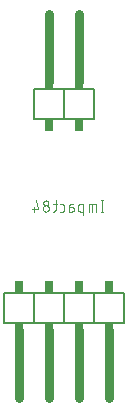
<source format=gbr>
G04 EAGLE Gerber RS-274X export*
G75*
%MOMM*%
%FSLAX34Y34*%
%LPD*%
%INSilkscreen Bottom*%
%IPPOS*%
%AMOC8*
5,1,8,0,0,1.08239X$1,22.5*%
G01*
%ADD10C,0.076200*%
%ADD11C,0.152400*%
%ADD12C,0.762000*%
%ADD13R,0.762000X0.508000*%
%ADD14R,0.762000X1.016000*%


D10*
X532184Y77119D02*
X532184Y67721D01*
X533228Y67721D02*
X531140Y67721D01*
X531140Y77119D02*
X533228Y77119D01*
X527087Y73986D02*
X527087Y67721D01*
X527087Y73986D02*
X522388Y73986D01*
X522311Y73984D01*
X522235Y73978D01*
X522158Y73969D01*
X522082Y73956D01*
X522007Y73939D01*
X521933Y73919D01*
X521860Y73894D01*
X521789Y73867D01*
X521718Y73836D01*
X521650Y73801D01*
X521583Y73763D01*
X521518Y73722D01*
X521455Y73678D01*
X521395Y73631D01*
X521336Y73580D01*
X521281Y73527D01*
X521228Y73472D01*
X521177Y73413D01*
X521130Y73353D01*
X521086Y73290D01*
X521045Y73225D01*
X521007Y73158D01*
X520972Y73090D01*
X520941Y73019D01*
X520914Y72948D01*
X520889Y72875D01*
X520869Y72801D01*
X520852Y72726D01*
X520839Y72650D01*
X520830Y72573D01*
X520824Y72497D01*
X520822Y72420D01*
X520822Y67721D01*
X523954Y67721D02*
X523954Y73986D01*
X516244Y73986D02*
X516244Y64588D01*
X516244Y73986D02*
X513633Y73986D01*
X513556Y73984D01*
X513480Y73978D01*
X513403Y73969D01*
X513327Y73956D01*
X513253Y73939D01*
X513178Y73919D01*
X513105Y73894D01*
X513034Y73867D01*
X512963Y73836D01*
X512895Y73801D01*
X512828Y73763D01*
X512763Y73722D01*
X512700Y73678D01*
X512640Y73631D01*
X512581Y73580D01*
X512526Y73527D01*
X512473Y73472D01*
X512422Y73413D01*
X512375Y73353D01*
X512331Y73290D01*
X512290Y73225D01*
X512252Y73158D01*
X512217Y73090D01*
X512186Y73019D01*
X512159Y72948D01*
X512134Y72875D01*
X512114Y72801D01*
X512097Y72726D01*
X512084Y72650D01*
X512075Y72574D01*
X512069Y72497D01*
X512067Y72420D01*
X512067Y69287D01*
X512069Y69210D01*
X512075Y69134D01*
X512084Y69057D01*
X512097Y68981D01*
X512114Y68906D01*
X512134Y68832D01*
X512159Y68759D01*
X512186Y68688D01*
X512217Y68617D01*
X512252Y68549D01*
X512290Y68482D01*
X512331Y68417D01*
X512375Y68354D01*
X512422Y68294D01*
X512473Y68235D01*
X512526Y68180D01*
X512581Y68127D01*
X512640Y68076D01*
X512700Y68029D01*
X512763Y67985D01*
X512828Y67944D01*
X512895Y67906D01*
X512963Y67871D01*
X513034Y67840D01*
X513105Y67813D01*
X513178Y67788D01*
X513253Y67768D01*
X513328Y67751D01*
X513403Y67738D01*
X513480Y67729D01*
X513556Y67723D01*
X513633Y67721D01*
X516244Y67721D01*
X506583Y71376D02*
X504233Y71376D01*
X506583Y71375D02*
X506667Y71373D01*
X506752Y71367D01*
X506835Y71357D01*
X506919Y71344D01*
X507001Y71326D01*
X507083Y71305D01*
X507164Y71280D01*
X507243Y71252D01*
X507321Y71219D01*
X507397Y71183D01*
X507472Y71144D01*
X507545Y71101D01*
X507616Y71055D01*
X507684Y71006D01*
X507750Y70954D01*
X507814Y70898D01*
X507875Y70840D01*
X507933Y70779D01*
X507989Y70715D01*
X508041Y70649D01*
X508090Y70581D01*
X508136Y70510D01*
X508179Y70437D01*
X508218Y70362D01*
X508254Y70286D01*
X508287Y70208D01*
X508315Y70129D01*
X508340Y70048D01*
X508361Y69966D01*
X508379Y69884D01*
X508392Y69800D01*
X508402Y69717D01*
X508408Y69632D01*
X508410Y69548D01*
X508408Y69464D01*
X508402Y69379D01*
X508392Y69296D01*
X508379Y69212D01*
X508361Y69130D01*
X508340Y69048D01*
X508315Y68967D01*
X508287Y68888D01*
X508254Y68810D01*
X508218Y68734D01*
X508179Y68659D01*
X508136Y68586D01*
X508090Y68515D01*
X508041Y68447D01*
X507989Y68381D01*
X507933Y68317D01*
X507875Y68256D01*
X507814Y68198D01*
X507750Y68142D01*
X507684Y68090D01*
X507616Y68041D01*
X507545Y67995D01*
X507472Y67952D01*
X507397Y67913D01*
X507321Y67877D01*
X507243Y67844D01*
X507164Y67816D01*
X507083Y67791D01*
X507001Y67770D01*
X506919Y67752D01*
X506835Y67739D01*
X506752Y67729D01*
X506667Y67723D01*
X506583Y67721D01*
X504233Y67721D01*
X504233Y72420D01*
X504234Y72420D02*
X504236Y72497D01*
X504242Y72573D01*
X504251Y72650D01*
X504264Y72726D01*
X504281Y72801D01*
X504301Y72875D01*
X504326Y72948D01*
X504353Y73019D01*
X504384Y73090D01*
X504419Y73158D01*
X504457Y73225D01*
X504498Y73290D01*
X504542Y73353D01*
X504589Y73413D01*
X504640Y73472D01*
X504693Y73527D01*
X504748Y73580D01*
X504807Y73631D01*
X504867Y73678D01*
X504930Y73722D01*
X504995Y73763D01*
X505062Y73801D01*
X505130Y73836D01*
X505201Y73867D01*
X505272Y73894D01*
X505345Y73919D01*
X505420Y73939D01*
X505495Y73956D01*
X505570Y73969D01*
X505647Y73978D01*
X505723Y73984D01*
X505800Y73986D01*
X507888Y73986D01*
X498558Y67721D02*
X496470Y67721D01*
X498558Y67721D02*
X498635Y67723D01*
X498711Y67729D01*
X498788Y67738D01*
X498864Y67751D01*
X498939Y67768D01*
X499013Y67788D01*
X499086Y67813D01*
X499157Y67840D01*
X499228Y67871D01*
X499296Y67906D01*
X499363Y67944D01*
X499428Y67985D01*
X499491Y68029D01*
X499551Y68076D01*
X499610Y68127D01*
X499665Y68180D01*
X499718Y68235D01*
X499769Y68294D01*
X499816Y68354D01*
X499860Y68417D01*
X499901Y68482D01*
X499939Y68549D01*
X499974Y68617D01*
X500005Y68688D01*
X500032Y68759D01*
X500057Y68832D01*
X500077Y68906D01*
X500094Y68981D01*
X500107Y69057D01*
X500116Y69134D01*
X500122Y69210D01*
X500124Y69287D01*
X500125Y69287D02*
X500125Y72420D01*
X500124Y72420D02*
X500122Y72497D01*
X500116Y72573D01*
X500107Y72650D01*
X500094Y72726D01*
X500077Y72801D01*
X500057Y72875D01*
X500032Y72948D01*
X500005Y73019D01*
X499974Y73090D01*
X499939Y73158D01*
X499901Y73225D01*
X499860Y73290D01*
X499816Y73353D01*
X499769Y73413D01*
X499718Y73472D01*
X499665Y73527D01*
X499610Y73580D01*
X499551Y73631D01*
X499491Y73678D01*
X499428Y73722D01*
X499363Y73763D01*
X499296Y73801D01*
X499228Y73836D01*
X499157Y73867D01*
X499086Y73894D01*
X499013Y73919D01*
X498939Y73939D01*
X498864Y73956D01*
X498788Y73969D01*
X498711Y73978D01*
X498635Y73984D01*
X498558Y73986D01*
X496470Y73986D01*
X493893Y73986D02*
X490761Y73986D01*
X492849Y77119D02*
X492849Y69287D01*
X492847Y69210D01*
X492841Y69134D01*
X492832Y69057D01*
X492819Y68981D01*
X492802Y68906D01*
X492782Y68832D01*
X492757Y68759D01*
X492730Y68688D01*
X492699Y68617D01*
X492664Y68549D01*
X492626Y68482D01*
X492585Y68417D01*
X492541Y68354D01*
X492494Y68294D01*
X492443Y68235D01*
X492390Y68180D01*
X492335Y68127D01*
X492276Y68076D01*
X492216Y68029D01*
X492153Y67985D01*
X492088Y67944D01*
X492021Y67906D01*
X491953Y67871D01*
X491882Y67840D01*
X491811Y67813D01*
X491738Y67788D01*
X491664Y67768D01*
X491589Y67751D01*
X491513Y67738D01*
X491436Y67729D01*
X491360Y67723D01*
X491283Y67721D01*
X490761Y67721D01*
X487247Y70332D02*
X487245Y70433D01*
X487239Y70534D01*
X487229Y70635D01*
X487216Y70735D01*
X487198Y70835D01*
X487177Y70934D01*
X487151Y71032D01*
X487122Y71129D01*
X487090Y71225D01*
X487053Y71319D01*
X487013Y71412D01*
X486969Y71504D01*
X486922Y71593D01*
X486871Y71681D01*
X486817Y71767D01*
X486760Y71850D01*
X486700Y71932D01*
X486636Y72010D01*
X486570Y72087D01*
X486500Y72160D01*
X486428Y72231D01*
X486353Y72299D01*
X486275Y72364D01*
X486195Y72426D01*
X486113Y72485D01*
X486028Y72541D01*
X485942Y72593D01*
X485853Y72642D01*
X485762Y72688D01*
X485670Y72729D01*
X485576Y72768D01*
X485481Y72802D01*
X485385Y72833D01*
X485287Y72860D01*
X485189Y72884D01*
X485089Y72903D01*
X484989Y72919D01*
X484889Y72931D01*
X484788Y72939D01*
X484687Y72943D01*
X484585Y72943D01*
X484484Y72939D01*
X484383Y72931D01*
X484283Y72919D01*
X484183Y72903D01*
X484083Y72884D01*
X483985Y72860D01*
X483887Y72833D01*
X483791Y72802D01*
X483696Y72768D01*
X483602Y72729D01*
X483510Y72688D01*
X483419Y72642D01*
X483331Y72593D01*
X483244Y72541D01*
X483159Y72485D01*
X483077Y72426D01*
X482997Y72364D01*
X482919Y72299D01*
X482844Y72231D01*
X482772Y72160D01*
X482702Y72087D01*
X482636Y72010D01*
X482572Y71932D01*
X482512Y71850D01*
X482455Y71767D01*
X482401Y71681D01*
X482350Y71593D01*
X482303Y71504D01*
X482259Y71412D01*
X482219Y71319D01*
X482182Y71225D01*
X482150Y71129D01*
X482121Y71032D01*
X482095Y70934D01*
X482074Y70835D01*
X482056Y70735D01*
X482043Y70635D01*
X482033Y70534D01*
X482027Y70433D01*
X482025Y70332D01*
X482027Y70231D01*
X482033Y70130D01*
X482043Y70029D01*
X482056Y69929D01*
X482074Y69829D01*
X482095Y69730D01*
X482121Y69632D01*
X482150Y69535D01*
X482182Y69439D01*
X482219Y69345D01*
X482259Y69252D01*
X482303Y69160D01*
X482350Y69071D01*
X482401Y68983D01*
X482455Y68897D01*
X482512Y68814D01*
X482572Y68732D01*
X482636Y68654D01*
X482702Y68577D01*
X482772Y68504D01*
X482844Y68433D01*
X482919Y68365D01*
X482997Y68300D01*
X483077Y68238D01*
X483159Y68179D01*
X483244Y68123D01*
X483331Y68071D01*
X483419Y68022D01*
X483510Y67976D01*
X483602Y67935D01*
X483696Y67896D01*
X483791Y67862D01*
X483887Y67831D01*
X483985Y67804D01*
X484083Y67780D01*
X484183Y67761D01*
X484283Y67745D01*
X484383Y67733D01*
X484484Y67725D01*
X484585Y67721D01*
X484687Y67721D01*
X484788Y67725D01*
X484889Y67733D01*
X484989Y67745D01*
X485089Y67761D01*
X485189Y67780D01*
X485287Y67804D01*
X485385Y67831D01*
X485481Y67862D01*
X485576Y67896D01*
X485670Y67935D01*
X485762Y67976D01*
X485853Y68022D01*
X485941Y68071D01*
X486028Y68123D01*
X486113Y68179D01*
X486195Y68238D01*
X486275Y68300D01*
X486353Y68365D01*
X486428Y68433D01*
X486500Y68504D01*
X486570Y68577D01*
X486636Y68654D01*
X486700Y68732D01*
X486760Y68814D01*
X486817Y68897D01*
X486871Y68983D01*
X486922Y69071D01*
X486969Y69160D01*
X487013Y69252D01*
X487053Y69345D01*
X487090Y69439D01*
X487122Y69535D01*
X487151Y69632D01*
X487177Y69730D01*
X487198Y69829D01*
X487216Y69929D01*
X487229Y70029D01*
X487239Y70130D01*
X487245Y70231D01*
X487247Y70332D01*
X486724Y75031D02*
X486722Y75121D01*
X486716Y75210D01*
X486707Y75300D01*
X486693Y75389D01*
X486676Y75477D01*
X486655Y75564D01*
X486630Y75651D01*
X486601Y75736D01*
X486569Y75820D01*
X486534Y75902D01*
X486494Y75983D01*
X486452Y76062D01*
X486406Y76139D01*
X486356Y76214D01*
X486304Y76287D01*
X486248Y76358D01*
X486190Y76426D01*
X486128Y76491D01*
X486064Y76554D01*
X485997Y76614D01*
X485928Y76671D01*
X485856Y76725D01*
X485782Y76776D01*
X485706Y76824D01*
X485628Y76868D01*
X485548Y76909D01*
X485466Y76947D01*
X485383Y76981D01*
X485298Y77011D01*
X485212Y77038D01*
X485126Y77061D01*
X485038Y77080D01*
X484949Y77095D01*
X484860Y77107D01*
X484771Y77115D01*
X484681Y77119D01*
X484591Y77119D01*
X484501Y77115D01*
X484412Y77107D01*
X484323Y77095D01*
X484234Y77080D01*
X484146Y77061D01*
X484060Y77038D01*
X483974Y77011D01*
X483889Y76981D01*
X483806Y76947D01*
X483724Y76909D01*
X483644Y76868D01*
X483566Y76824D01*
X483490Y76776D01*
X483416Y76725D01*
X483344Y76671D01*
X483275Y76614D01*
X483208Y76554D01*
X483144Y76491D01*
X483082Y76426D01*
X483024Y76358D01*
X482968Y76287D01*
X482916Y76214D01*
X482866Y76139D01*
X482820Y76062D01*
X482778Y75983D01*
X482738Y75902D01*
X482703Y75820D01*
X482671Y75736D01*
X482642Y75651D01*
X482617Y75564D01*
X482596Y75477D01*
X482579Y75389D01*
X482565Y75300D01*
X482556Y75210D01*
X482550Y75121D01*
X482548Y75031D01*
X482550Y74941D01*
X482556Y74852D01*
X482565Y74762D01*
X482579Y74673D01*
X482596Y74585D01*
X482617Y74498D01*
X482642Y74411D01*
X482671Y74326D01*
X482703Y74242D01*
X482738Y74160D01*
X482778Y74079D01*
X482820Y74000D01*
X482866Y73923D01*
X482916Y73848D01*
X482968Y73775D01*
X483024Y73704D01*
X483082Y73636D01*
X483144Y73571D01*
X483208Y73508D01*
X483275Y73448D01*
X483344Y73391D01*
X483416Y73337D01*
X483490Y73286D01*
X483566Y73238D01*
X483644Y73194D01*
X483724Y73153D01*
X483806Y73115D01*
X483889Y73081D01*
X483974Y73051D01*
X484060Y73024D01*
X484146Y73001D01*
X484234Y72982D01*
X484323Y72967D01*
X484412Y72955D01*
X484501Y72947D01*
X484591Y72943D01*
X484681Y72943D01*
X484771Y72947D01*
X484860Y72955D01*
X484949Y72967D01*
X485038Y72982D01*
X485126Y73001D01*
X485212Y73024D01*
X485298Y73051D01*
X485383Y73081D01*
X485466Y73115D01*
X485548Y73153D01*
X485628Y73194D01*
X485706Y73238D01*
X485782Y73286D01*
X485856Y73337D01*
X485928Y73391D01*
X485997Y73448D01*
X486064Y73508D01*
X486128Y73571D01*
X486190Y73636D01*
X486248Y73704D01*
X486304Y73775D01*
X486356Y73848D01*
X486406Y73923D01*
X486452Y74000D01*
X486494Y74079D01*
X486534Y74160D01*
X486569Y74242D01*
X486601Y74326D01*
X486630Y74411D01*
X486655Y74498D01*
X486676Y74585D01*
X486693Y74673D01*
X486707Y74762D01*
X486716Y74852D01*
X486722Y74941D01*
X486724Y75031D01*
X478102Y69809D02*
X476014Y77119D01*
X478102Y69809D02*
X472881Y69809D01*
X474447Y71898D02*
X474447Y67721D01*
D11*
X500000Y145950D02*
X525400Y145950D01*
X500000Y145950D02*
X500000Y171350D01*
X525400Y171350D01*
X525400Y145950D01*
D12*
X512700Y177700D02*
X512700Y234850D01*
D11*
X500000Y145950D02*
X474600Y145950D01*
X474600Y171350D01*
X500000Y171350D01*
D12*
X487300Y177700D02*
X487300Y234850D01*
D13*
X512700Y173890D03*
X487300Y173890D03*
D14*
X512700Y140870D03*
X487300Y140870D03*
D11*
X474600Y-950D02*
X449200Y-950D01*
X474600Y-950D02*
X474600Y-26350D01*
X449200Y-26350D01*
X449200Y-950D01*
D12*
X461900Y-32700D02*
X461900Y-89850D01*
D11*
X474600Y-950D02*
X500000Y-950D01*
X500000Y-26350D01*
X474600Y-26350D01*
D12*
X487300Y-32700D02*
X487300Y-89850D01*
D11*
X500000Y-950D02*
X525400Y-950D01*
X525400Y-26350D01*
X500000Y-26350D01*
D12*
X512700Y-32700D02*
X512700Y-89850D01*
D11*
X525400Y-950D02*
X550800Y-950D01*
X550800Y-26350D01*
X525400Y-26350D01*
D12*
X538100Y-32700D02*
X538100Y-89850D01*
D13*
X461900Y-28890D03*
X487300Y-28890D03*
X512700Y-28890D03*
X538100Y-28890D03*
D14*
X461900Y4130D03*
X487300Y4130D03*
X512700Y4130D03*
X538100Y4130D03*
M02*

</source>
